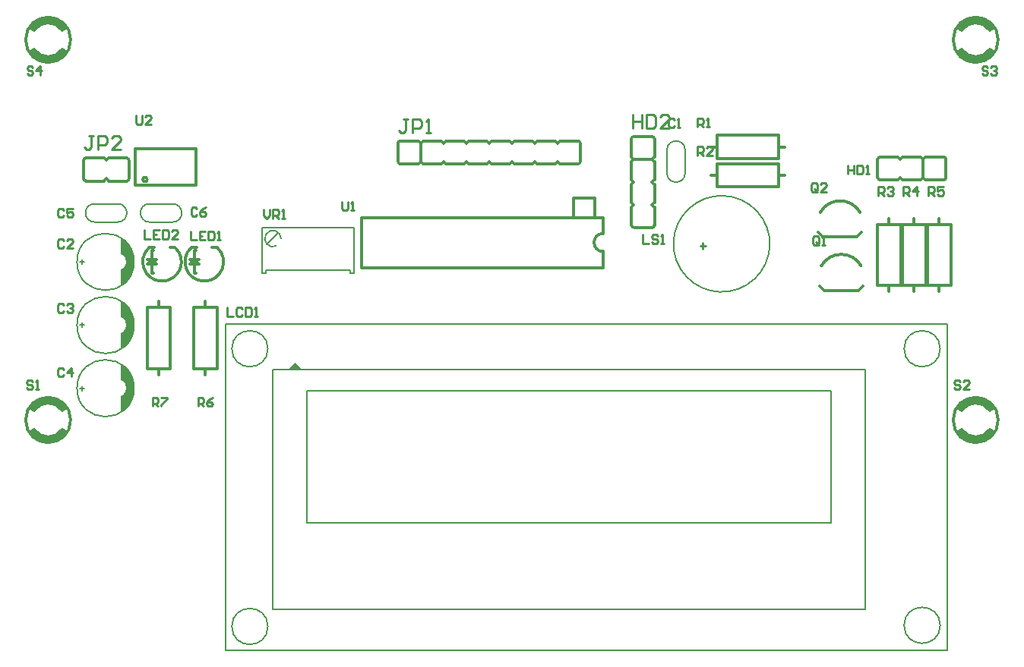
<source format=gto>
G04*
G04 #@! TF.GenerationSoftware,Altium Limited,Altium Designer,21.9.2 (33)*
G04*
G04 Layer_Color=65535*
%FSTAX24Y24*%
%MOIN*%
G70*
G04*
G04 #@! TF.SameCoordinates,A68203B9-CA12-4FF3-9F36-A0A22A6ADD5B*
G04*
G04*
G04 #@! TF.FilePolarity,Positive*
G04*
G01*
G75*
%ADD10C,0.0118*%
%ADD11C,0.0070*%
%ADD12C,0.0080*%
%ADD13C,0.0100*%
G36*
X02511Y01963D02*
X02533Y01937D01*
X02547Y019D01*
X025516Y0187D01*
X02551Y01855D01*
X02547Y01834D01*
X02532Y01801D01*
X02519Y01784D01*
X02504Y01771D01*
X02495Y01763D01*
Y01836D01*
X025Y01839D01*
X02504Y01842D01*
X02508Y01846D01*
X02512Y01851D01*
X02515Y01856D01*
X02517Y01864D01*
Y01875D01*
X02515Y01885D01*
X02513Y0189D01*
X02509Y01895D01*
X02502Y01901D01*
X02495Y01906D01*
Y01975D01*
X02511Y01963D01*
D02*
G37*
G36*
Y016855D02*
X02533Y016595D01*
X02547Y016225D01*
X025516Y015925D01*
X02551Y015775D01*
X02547Y015565D01*
X02532Y015235D01*
X02519Y015065D01*
X02504Y014935D01*
X02495Y014855D01*
Y015585D01*
X025Y015615D01*
X02504Y015645D01*
X02508Y015685D01*
X02512Y015735D01*
X02515Y015785D01*
X02517Y015865D01*
Y015975D01*
X02515Y016075D01*
X02513Y016125D01*
X02509Y016175D01*
X02502Y016235D01*
X02495Y016285D01*
Y016975D01*
X02511Y016855D01*
D02*
G37*
G36*
X03295Y013935D02*
X03225D01*
X0326Y014285D01*
X03295Y013935D01*
D02*
G37*
G36*
X02511Y01408D02*
X02533Y01382D01*
X02547Y01345D01*
X025516Y01315D01*
X02551Y013D01*
X02547Y01279D01*
X02532Y01246D01*
X02519Y01229D01*
X02504Y01216D01*
X02495Y01208D01*
Y01281D01*
X025Y01284D01*
X02504Y01287D01*
X02508Y01291D01*
X02512Y01296D01*
X02515Y01301D01*
X02517Y01309D01*
Y0132D01*
X02515Y0133D01*
X02513Y01335D01*
X02509Y0134D01*
X02502Y01346D01*
X02495Y01351D01*
Y0142D01*
X02511Y01408D01*
D02*
G37*
D10*
X025206Y02225D02*
G03*
X0253Y022361I-000008J000102D01*
G01*
X0253Y023148D02*
G03*
X025206Y023258I-000102J000008D01*
G01*
X0233Y022361D02*
G03*
X02341Y02225I00011J0D01*
G01*
Y023258D02*
G03*
X0233Y023148I0J-00011D01*
G01*
X048354Y02411D02*
G03*
X048244Y024204I-000102J-000008D01*
G01*
X047456Y024204D02*
G03*
X047346Y02411I-000008J-000102D01*
G01*
X048244Y020204D02*
G03*
X048354Y020315I0J00011D01*
G01*
X047346D02*
G03*
X047456Y020204I00011J0D01*
G01*
X0371Y023111D02*
G03*
X037194Y023I000102J-000008D01*
G01*
Y024008D02*
G03*
X0371Y023898I000008J-000102D01*
G01*
X0451D02*
G03*
X045006Y024008I-000102J000008D01*
G01*
Y023D02*
G03*
X0451Y023111I-000008J000102D01*
G01*
X063434Y028454D02*
G03*
X063434Y028454I-000984J0D01*
G01*
X063269Y029D02*
G03*
X061631Y029I-000819J-000546D01*
G01*
X063269D02*
G03*
X061631Y029I-000819J-000546D01*
G01*
X063236Y028978D02*
G03*
X061664Y028978I-000786J-000524D01*
G01*
X063203Y028957D02*
G03*
X061697Y028957I-000753J-000502D01*
G01*
X063203D02*
G03*
X061697Y028957I-000753J-000502D01*
G01*
X063171Y028935D02*
G03*
X061729Y028935I-000721J-00048D01*
G01*
X063138Y028913D02*
G03*
X061762Y028913I-000688J-000459D01*
G01*
X063105Y028891D02*
G03*
X061795Y028891I-000655J-000437D01*
G01*
X063072Y028869D02*
G03*
X061828Y028869I-000622J-000415D01*
G01*
Y028039D02*
G03*
X063072Y028039I000622J000415D01*
G01*
X061795Y028018D02*
G03*
X063105Y028018I000655J000437D01*
G01*
X061762Y027996D02*
G03*
X063138Y027996I000688J000459D01*
G01*
X061729Y027974D02*
G03*
X063171Y027974I000721J00048D01*
G01*
X061697Y027952D02*
G03*
X063203Y027952I000753J000502D01*
G01*
X061697D02*
G03*
X063203Y027952I000753J000502D01*
G01*
X061664Y02793D02*
G03*
X063236Y02793I000786J000524D01*
G01*
X061631Y027908D02*
G03*
X063269Y027908I000819J000546D01*
G01*
X061631D02*
G03*
X063269Y027908I000819J000546D01*
G01*
X022734Y028454D02*
G03*
X022734Y028454I-000984J0D01*
G01*
X022569Y029D02*
G03*
X020931Y029I-000819J-000546D01*
G01*
X022569D02*
G03*
X020931Y029I-000819J-000546D01*
G01*
X022536Y028978D02*
G03*
X020964Y028978I-000786J-000524D01*
G01*
X022503Y028957D02*
G03*
X020997Y028957I-000753J-000502D01*
G01*
X022503D02*
G03*
X020997Y028957I-000753J-000502D01*
G01*
X022471Y028935D02*
G03*
X021029Y028935I-000721J-00048D01*
G01*
X022438Y028913D02*
G03*
X021062Y028913I-000688J-000459D01*
G01*
X022405Y028891D02*
G03*
X021095Y028891I-000655J-000437D01*
G01*
X022372Y028869D02*
G03*
X021128Y028869I-000622J-000415D01*
G01*
Y028039D02*
G03*
X022372Y028039I000622J000415D01*
G01*
X021095Y028018D02*
G03*
X022405Y028018I000655J000437D01*
G01*
X021062Y027996D02*
G03*
X022438Y027996I000688J000459D01*
G01*
X021029Y027974D02*
G03*
X022471Y027974I000721J00048D01*
G01*
X020997Y027952D02*
G03*
X022503Y027952I000753J000502D01*
G01*
X020997D02*
G03*
X022503Y027952I000753J000502D01*
G01*
X020964Y02793D02*
G03*
X022536Y02793I000786J000524D01*
G01*
X020931Y027908D02*
G03*
X022569Y027908I000819J000546D01*
G01*
X020931D02*
G03*
X022569Y027908I000819J000546D01*
G01*
X063434Y011754D02*
G03*
X063434Y011754I-000984J0D01*
G01*
X063269Y0123D02*
G03*
X061631Y0123I-000819J-000546D01*
G01*
X063269D02*
G03*
X061631Y0123I-000819J-000546D01*
G01*
X063236Y012278D02*
G03*
X061664Y012278I-000786J-000524D01*
G01*
X063203Y012257D02*
G03*
X061697Y012257I-000753J-000502D01*
G01*
X063203D02*
G03*
X061697Y012257I-000753J-000502D01*
G01*
X063171Y012235D02*
G03*
X061729Y012235I-000721J-00048D01*
G01*
X063138Y012213D02*
G03*
X061762Y012213I-000688J-000459D01*
G01*
X063105Y012191D02*
G03*
X061795Y012191I-000655J-000437D01*
G01*
X063072Y012169D02*
G03*
X061828Y012169I-000622J-000415D01*
G01*
Y011339D02*
G03*
X063072Y011339I000622J000415D01*
G01*
X061795Y011318D02*
G03*
X063105Y011318I000655J000437D01*
G01*
X061762Y011296D02*
G03*
X063138Y011296I000688J000459D01*
G01*
X061729Y011274D02*
G03*
X063171Y011274I000721J00048D01*
G01*
X061697Y011252D02*
G03*
X063203Y011252I000753J000502D01*
G01*
X061697D02*
G03*
X063203Y011252I000753J000502D01*
G01*
X061664Y01123D02*
G03*
X063236Y01123I000786J000524D01*
G01*
X061631Y011208D02*
G03*
X063269Y011208I000819J000546D01*
G01*
X061631D02*
G03*
X063269Y011208I000819J000546D01*
G01*
X022734Y011754D02*
G03*
X022734Y011754I-000984J0D01*
G01*
X022569Y0123D02*
G03*
X020931Y0123I-000819J-000546D01*
G01*
X022569D02*
G03*
X020931Y0123I-000819J-000546D01*
G01*
X022536Y012278D02*
G03*
X020964Y012278I-000786J-000524D01*
G01*
X022503Y012257D02*
G03*
X020997Y012257I-000753J-000502D01*
G01*
X022503D02*
G03*
X020997Y012257I-000753J-000502D01*
G01*
X022471Y012235D02*
G03*
X021029Y012235I-000721J-00048D01*
G01*
X022438Y012213D02*
G03*
X021062Y012213I-000688J-000459D01*
G01*
X022405Y012191D02*
G03*
X021095Y012191I-000655J-000437D01*
G01*
X022372Y012169D02*
G03*
X021128Y012169I-000622J-000415D01*
G01*
Y011339D02*
G03*
X022372Y011339I000622J000415D01*
G01*
X021095Y011318D02*
G03*
X022405Y011318I000655J000437D01*
G01*
X021062Y011296D02*
G03*
X022438Y011296I000688J000459D01*
G01*
X021029Y011274D02*
G03*
X022471Y011274I000721J00048D01*
G01*
X020997Y011252D02*
G03*
X022503Y011252I000753J000502D01*
G01*
X020997D02*
G03*
X022503Y011252I000753J000502D01*
G01*
X020964Y01123D02*
G03*
X022536Y01123I000786J000524D01*
G01*
X020931Y011208D02*
G03*
X022569Y011208I000819J000546D01*
G01*
X020931D02*
G03*
X022569Y011208I000819J000546D01*
G01*
X026184Y01933D02*
G03*
X027316Y01933I000566J-00063D01*
G01*
X026098Y022318D02*
G03*
X026098Y022318I-000098J0D01*
G01*
X046099Y019944D02*
G03*
X046099Y019156I0J-000394D01*
G01*
X057424Y018525D02*
G03*
X055679Y018523I-000872J-000498D01*
G01*
X057374Y020875D02*
G03*
X055629Y020873I-000872J-000498D01*
G01*
X061056Y022296D02*
G03*
X06115Y022406I-000008J000102D01*
G01*
X06115Y023194D02*
G03*
X061056Y023304I-000102J000008D01*
G01*
X05815Y022406D02*
G03*
X05826Y022296I00011J0D01*
G01*
Y023304D02*
G03*
X05815Y023194I0J-00011D01*
G01*
X028034Y01933D02*
G03*
X029166Y01933I000566J-00063D01*
G01*
X0234Y023254D02*
Y023258D01*
Y02225D02*
Y022254D01*
X024404Y023258D02*
X025206D01*
X0244Y02225D02*
X025206D01*
X0253Y022361D02*
Y023148D01*
X0233Y022361D02*
Y023148D01*
X0234Y023258D02*
X0242D01*
X0234Y02225D02*
X0242D01*
X0243Y023154D02*
X0244Y023254D01*
X0243Y023154D02*
Y023158D01*
X0242Y023258D02*
X0243Y023158D01*
X0242Y022254D02*
X0243Y022354D01*
X0244Y022254D01*
X047346Y020304D02*
X04735D01*
X047346Y021304D02*
X04735D01*
X04745Y021204D01*
X047446D02*
X04745D01*
X047346Y021308D02*
Y02211D01*
Y021308D02*
X04735Y021304D01*
X04835Y020304D02*
X048354D01*
X04825Y021204D02*
X04835Y021304D01*
X048354D02*
Y02211D01*
X04735Y022104D02*
X04745Y022204D01*
X04735Y022304D02*
X04745Y022204D01*
X047346Y022304D02*
X04735D01*
X047346D02*
Y023104D01*
Y023308D02*
X04735Y023304D01*
X047346Y023308D02*
Y02411D01*
X04835Y022304D02*
X048354D01*
Y023104D01*
X04825Y022204D02*
X04835Y022104D01*
X04825Y022204D02*
X04835Y022304D01*
X048354Y023304D02*
Y02411D01*
X047346Y023104D02*
X047446Y023204D01*
X04745D01*
X04735Y023304D02*
X04745Y023204D01*
X047346Y023304D02*
X04735D01*
X04825Y023204D02*
X04835Y023104D01*
X04825Y023204D02*
X04835Y023304D01*
X047456Y024204D02*
X048244D01*
X047456Y020204D02*
X048244D01*
X047346Y020304D02*
Y021104D01*
X048354Y020304D02*
Y021104D01*
X047346D02*
X047446Y021204D01*
X04825D02*
X04835Y021104D01*
X047446Y023204D02*
X04825D01*
X0381Y0231D02*
Y023904D01*
X0371Y023111D02*
Y023898D01*
X038Y024004D02*
X0381Y023904D01*
X0382Y024004D01*
X038Y023D02*
Y023004D01*
X0381Y023104D01*
Y0231D02*
Y023104D01*
Y0231D02*
X0382Y023D01*
X037194Y024008D02*
X038D01*
X039Y024004D02*
X0391Y023904D01*
X0392Y024004D01*
X0382Y024008D02*
X039D01*
Y024004D02*
Y024008D01*
X037194Y023D02*
X037996D01*
X038Y023004D01*
X0382Y023D02*
X039D01*
Y023004D01*
X0391Y023104D01*
X0392Y023004D01*
X041Y024004D02*
Y024008D01*
X0402D02*
X041D01*
X0411Y023904D02*
X0412Y024004D01*
X041D02*
X0411Y023904D01*
X039194Y024008D02*
X04D01*
X0401Y023904D02*
X0402Y024004D01*
X04D02*
X0401Y023904D01*
X043Y024004D02*
Y024008D01*
X0422D02*
X043D01*
X0431Y023904D02*
X0432Y024004D01*
X043D02*
X0431Y023904D01*
X041194Y024008D02*
X042D01*
X0421Y023904D02*
X0422Y024004D01*
X042D02*
X0421Y023904D01*
X0442Y024008D02*
X045D01*
X043194D02*
X044D01*
X0441Y023904D02*
X0442Y024004D01*
X044D02*
X0441Y023904D01*
X0411Y023104D02*
X0412Y023004D01*
X041D02*
X0411Y023104D01*
X041Y023D02*
Y023004D01*
X0402Y023D02*
X041D01*
X039996D02*
X04Y023004D01*
X039194Y023D02*
X039996D01*
X0401Y0231D02*
X0402Y023D01*
X0401Y0231D02*
Y023104D01*
X04Y023004D02*
X0401Y023104D01*
X04Y023D02*
Y023004D01*
X0431Y023104D02*
X0432Y023004D01*
X043D02*
X0431Y023104D01*
X043Y023D02*
Y023004D01*
X0422Y023D02*
X043D01*
X041996D02*
X042Y023004D01*
X041194Y023D02*
X041996D01*
X0421Y0231D02*
X0422Y023D01*
X0421Y0231D02*
Y023104D01*
X042Y023004D02*
X0421Y023104D01*
X042Y023D02*
Y023004D01*
X0442Y023D02*
X045D01*
X043996D02*
X044Y023004D01*
X043194Y023D02*
X043996D01*
X0441Y0231D02*
X0442Y023D01*
X0441Y0231D02*
Y023104D01*
X044Y023004D02*
X0441Y023104D01*
X044Y023D02*
Y023004D01*
X0451Y023111D02*
Y023898D01*
X026311Y0182D02*
X02638D01*
X026111Y0186D02*
X026511D01*
X026111D02*
X026311Y0188D01*
X026511Y0186D01*
X026111Y0188D02*
X026511D01*
X026311D02*
Y0191D01*
Y0192D01*
X02638D01*
X026311Y0182D02*
Y0186D01*
X026141Y01863D02*
X026481D01*
X026171Y01866D02*
X026451D01*
X026201Y01869D02*
X026421D01*
X026231Y01872D02*
X026391D01*
X026261Y01875D02*
X026361D01*
X026481Y01863D02*
X026511Y0186D01*
X026451Y01866D02*
X026481Y01863D01*
X026391Y01872D02*
X026421Y01869D01*
X026361Y01875D02*
X026391Y01872D01*
X02709Y01933D02*
X027316D01*
X026184D02*
X02641D01*
X0266Y013736D02*
Y014011D01*
Y016689D02*
Y016964D01*
X026088Y014011D02*
Y016689D01*
Y014011D02*
X027112D01*
Y016689D01*
X026088D02*
X027112D01*
X02865Y013736D02*
Y014011D01*
Y016689D02*
Y016964D01*
X028138Y014011D02*
Y016689D01*
Y014011D02*
X029162D01*
Y016689D01*
X028138D02*
X029162D01*
X025579Y02206D02*
X028221D01*
X025579Y02366D02*
X028221D01*
X025579Y02206D02*
Y02366D01*
X028221Y02206D02*
Y02366D01*
X044816Y020652D02*
Y021518D01*
X045721D01*
Y020652D02*
Y021518D01*
X046099Y018448D02*
Y019156D01*
Y019944D02*
Y020652D01*
X035501D02*
X046099D01*
X035501Y018448D02*
Y020652D01*
Y018448D02*
X046099D01*
X06085Y017386D02*
Y017661D01*
Y020339D02*
Y020614D01*
X060338Y017661D02*
Y020339D01*
Y017661D02*
X061362D01*
Y020339D01*
X060338D02*
X061362D01*
X05975Y017386D02*
Y017661D01*
Y020339D02*
Y020614D01*
X059238Y017661D02*
Y020339D01*
Y017661D02*
X060262D01*
Y020339D01*
X059238D02*
X060262D01*
X0573Y01745D02*
X0575Y01765D01*
X0556D02*
X0558Y01745D01*
X0573D01*
X05725Y0198D02*
X05745Y02D01*
X05555D02*
X05575Y0198D01*
X05725D01*
X05865Y020339D02*
Y020614D01*
Y017386D02*
Y017661D01*
X059162D02*
Y020339D01*
X058138D02*
X059162D01*
X058138Y017661D02*
Y020339D01*
Y017661D02*
X059162D01*
X06015Y0224D02*
Y0232D01*
X05925Y023304D02*
X06005D01*
X06025Y0233D02*
X060254Y023304D01*
X05925Y022296D02*
X06005D01*
Y023304D02*
X06015Y023204D01*
Y0232D02*
Y023204D01*
Y0232D02*
X06025Y0233D01*
Y023304D01*
X06005Y0223D02*
X06015Y0224D01*
X06025Y0223D01*
X05825Y0233D02*
Y023304D01*
Y022296D02*
Y0223D01*
X060254Y023304D02*
X061056D01*
X06025Y022296D02*
X061056D01*
X06115Y022406D02*
Y023194D01*
X05815Y022406D02*
Y023194D01*
X05825Y023304D02*
X05905D01*
X05825Y022296D02*
X05905D01*
X05915Y0232D02*
X05925Y0233D01*
X05915Y0232D02*
Y023204D01*
X05905Y023304D02*
X05915Y023204D01*
X05905Y0223D02*
X05915Y0224D01*
X05925Y0223D01*
X028034Y01933D02*
X02826D01*
X02894D02*
X029166D01*
X028211Y01875D02*
X028241Y01872D01*
X028271Y01869D01*
X028301Y01866D02*
X028331Y01863D01*
X028361Y0186D01*
X028111Y01875D02*
X028211D01*
X028081Y01872D02*
X028241D01*
X028051Y01869D02*
X028271D01*
X028021Y01866D02*
X028301D01*
X027991Y01863D02*
X028331D01*
X028161Y0182D02*
Y0186D01*
Y0192D02*
X02823D01*
X028161Y0191D02*
Y0192D01*
Y0188D02*
Y0191D01*
X027961Y0188D02*
X028361D01*
X028161D02*
X028361Y0186D01*
X027961D02*
X028161Y0188D01*
X027961Y0186D02*
X028361D01*
X028161Y0182D02*
X02823D01*
X050836Y02375D02*
X051111D01*
X053789D02*
X054064D01*
X051111Y024262D02*
X053789D01*
X051111Y023238D02*
Y024262D01*
Y023238D02*
X053789D01*
Y024262D01*
Y0225D02*
X054064D01*
X050836D02*
X051111D01*
Y021988D02*
X053789D01*
Y023012D01*
X051111D02*
X053789D01*
X051111Y021988D02*
Y023012D01*
D11*
X025516Y0187D02*
G03*
X025516Y0187I-00125J0D01*
G01*
X0262Y02125D02*
G03*
X0262Y02045I0J-0004D01*
G01*
X02721D02*
G03*
X02721Y02125I0J0004D01*
G01*
X0248Y02045D02*
G03*
X0248Y02125I0J0004D01*
G01*
X02379D02*
G03*
X02379Y02045I0J-0004D01*
G01*
X025516Y01315D02*
G03*
X025516Y01315I-00125J0D01*
G01*
Y015925D02*
G03*
X025516Y015925I-00125J0D01*
G01*
X03197Y019708D02*
G03*
X031764Y019396I-000358J000013D01*
G01*
X0489Y0226D02*
G03*
X0497Y0226I0004J0D01*
G01*
Y02361D02*
G03*
X0489Y02361I-0004J0D01*
G01*
X060891Y002735D02*
G03*
X060891Y002735I-000791J0D01*
G01*
Y014885D02*
G03*
X060891Y014885I-000791J0D01*
G01*
X031391D02*
G03*
X031391Y014885I-000791J0D01*
G01*
Y002685D02*
G03*
X031391Y002685I-000791J0D01*
G01*
X02325Y01865D02*
Y01875D01*
X02315Y0187D02*
X02335D01*
X02325Y0186D02*
Y01865D01*
Y01875D02*
Y0188D01*
X0262Y02125D02*
X0272D01*
X0262Y02045D02*
X0272D01*
X0238D02*
X0248D01*
X0238Y02125D02*
X0248D01*
X02325Y0131D02*
Y0132D01*
X02315Y01315D02*
X02335D01*
X02325Y01305D02*
Y0131D01*
Y0132D02*
Y01325D01*
Y015875D02*
Y015975D01*
X02315Y015925D02*
X02335D01*
X02325Y015825D02*
Y015875D01*
Y015975D02*
Y016025D01*
X03135Y01948D02*
X03185Y01998D01*
X03115Y0182D02*
Y0202D01*
Y0182D02*
X03132D01*
Y01832D01*
X03501D01*
Y0182D02*
Y01832D01*
Y0182D02*
X03516D01*
Y0202D01*
X03115D02*
X03516D01*
X0489Y0226D02*
Y0236D01*
X0497Y0226D02*
Y0236D01*
X02955Y001635D02*
Y015985D01*
X0612D01*
Y001635D02*
Y015985D01*
X02955Y001635D02*
X0612D01*
X0316Y003435D02*
Y013985D01*
X0576D01*
Y003435D02*
Y013985D01*
X0316Y003435D02*
X0576D01*
X0331Y007235D02*
Y013035D01*
X0561D01*
Y007235D02*
Y013035D01*
X0331Y007235D02*
X0561D01*
D12*
X052841Y02094D02*
G03*
X052855Y020925I-001539J-001448D01*
G01*
D13*
X050355Y019412D02*
X050617D01*
X050486Y019543D02*
Y019281D01*
X02374Y02422D02*
X02354D01*
X02364D01*
Y02372D01*
X02354Y02362D01*
X02344D01*
X02334Y02372D01*
X02394Y02362D02*
Y02422D01*
X02424D01*
X02434Y02412D01*
Y02392D01*
X02424Y02382D01*
X02394D01*
X024939Y02362D02*
X02454D01*
X024939Y02402D01*
Y02412D01*
X02484Y02422D01*
X02464D01*
X02454Y02412D01*
X04739Y02516D02*
Y02456D01*
Y02486D01*
X04779D01*
Y02516D01*
Y02456D01*
X04799Y02516D02*
Y02456D01*
X04829D01*
X04839Y02466D01*
Y02506D01*
X04829Y02516D01*
X04799D01*
X048989Y02456D02*
X04859D01*
X048989Y02496D01*
Y02506D01*
X04889Y02516D01*
X04869D01*
X04859Y02506D01*
X03754Y02497D02*
X03734D01*
X03744D01*
Y02447D01*
X03734Y02437D01*
X03724D01*
X03714Y02447D01*
X03774Y02437D02*
Y02497D01*
X03804D01*
X03814Y02487D01*
Y02467D01*
X03804Y02457D01*
X03774D01*
X03834Y02437D02*
X03854D01*
X03844D01*
Y02497D01*
X03834Y02487D01*
X021084Y027236D02*
X021019Y027301D01*
X020888D01*
X020822Y027236D01*
Y02717D01*
X020888Y027104D01*
X021019D01*
X021084Y027039D01*
Y026973D01*
X021019Y026908D01*
X020888D01*
X020822Y026973D01*
X021412Y026908D02*
Y027301D01*
X021216Y027104D01*
X021478D01*
X062984Y027236D02*
X062919Y027301D01*
X062788D01*
X062722Y027236D01*
Y02717D01*
X062788Y027104D01*
X062919D01*
X062984Y027039D01*
Y026973D01*
X062919Y026908D01*
X062788D01*
X062722Y026973D01*
X063116Y027236D02*
X063181Y027301D01*
X063312D01*
X063378Y027236D01*
Y02717D01*
X063312Y027104D01*
X063247D01*
X063312D01*
X063378Y027039D01*
Y026973D01*
X063312Y026908D01*
X063181D01*
X063116Y026973D01*
X061772Y013428D02*
X061707Y013494D01*
X061576D01*
X06151Y013428D01*
Y013362D01*
X061576Y013297D01*
X061707D01*
X061772Y013231D01*
Y013166D01*
X061707Y0131D01*
X061576D01*
X06151Y013166D01*
X062166Y0131D02*
X061904D01*
X062166Y013362D01*
Y013428D01*
X0621Y013494D01*
X061969D01*
X061904Y013428D01*
X021072D02*
X021007Y013494D01*
X020876D01*
X02081Y013428D01*
Y013362D01*
X020876Y013297D01*
X021007D01*
X021072Y013231D01*
Y013166D01*
X021007Y0131D01*
X020876D01*
X02081Y013166D01*
X021204Y0131D02*
X021335D01*
X021269D01*
Y013494D01*
X021204Y013428D01*
X03122Y020994D02*
Y020731D01*
X031351Y0206D01*
X031482Y020731D01*
Y020994D01*
X031614Y0206D02*
Y020994D01*
X03181D01*
X031876Y020928D01*
Y020797D01*
X03181Y020731D01*
X031614D01*
X031745D02*
X031876Y0206D01*
X032007D02*
X032138D01*
X032073D01*
Y020994D01*
X032007Y020928D01*
X02562Y025134D02*
Y024806D01*
X025686Y02474D01*
X025817D01*
X025882Y024806D01*
Y025134D01*
X026276Y02474D02*
X026014D01*
X026276Y025002D01*
Y025068D01*
X02621Y025134D01*
X026079D01*
X026014Y025068D01*
X034638Y021347D02*
Y021019D01*
X034703Y020953D01*
X034834D01*
X0349Y021019D01*
Y021347D01*
X035031Y020953D02*
X035162D01*
X035097D01*
Y021347D01*
X035031Y021281D01*
X026322Y012353D02*
Y012747D01*
X026519D01*
X026584Y012681D01*
Y01255D01*
X026519Y012484D01*
X026322D01*
X026453D02*
X026584Y012353D01*
X026716Y012747D02*
X026978D01*
Y012681D01*
X026716Y012419D01*
Y012353D01*
X028322D02*
Y012747D01*
X028519D01*
X028584Y012681D01*
Y01255D01*
X028519Y012484D01*
X028322D01*
X028453D02*
X028584Y012353D01*
X028978Y012747D02*
X028847Y012681D01*
X028716Y01255D01*
Y012419D01*
X028781Y012353D01*
X028912D01*
X028978Y012419D01*
Y012484D01*
X028912Y01255D01*
X028716D01*
X06038Y0216D02*
Y021994D01*
X060577D01*
X060642Y021928D01*
Y021797D01*
X060577Y021731D01*
X06038D01*
X060511D02*
X060642Y0216D01*
X061036Y021994D02*
X060774D01*
Y021797D01*
X060905Y021862D01*
X06097D01*
X061036Y021797D01*
Y021666D01*
X06097Y0216D01*
X060839D01*
X060774Y021666D01*
X05928Y021596D02*
Y021989D01*
X059477D01*
X059542Y021924D01*
Y021792D01*
X059477Y021727D01*
X05928D01*
X059411D02*
X059542Y021596D01*
X05987D02*
Y021989D01*
X059674Y021792D01*
X059936D01*
X05818Y0216D02*
Y021994D01*
X058377D01*
X058442Y021928D01*
Y021797D01*
X058377Y021731D01*
X05818D01*
X058311D02*
X058442Y0216D01*
X058574Y021928D02*
X058639Y021994D01*
X05877D01*
X058836Y021928D01*
Y021862D01*
X05877Y021797D01*
X058705D01*
X05877D01*
X058836Y021731D01*
Y021666D01*
X05877Y0216D01*
X058639D01*
X058574Y021666D01*
X05025Y02337D02*
Y023764D01*
X050447D01*
X050512Y023698D01*
Y023567D01*
X050447Y023501D01*
X05025D01*
X050381D02*
X050512Y02337D01*
X050906D02*
X050644D01*
X050906Y023632D01*
Y023698D01*
X05084Y023764D01*
X050709D01*
X050644Y023698D01*
X05025Y02462D02*
Y025014D01*
X050447D01*
X050512Y024948D01*
Y024817D01*
X050447Y024751D01*
X05025D01*
X050381D02*
X050512Y02462D01*
X050644D02*
X050775D01*
X050709D01*
Y025014D01*
X050644Y024948D01*
X055512Y021846D02*
Y022108D01*
X055447Y022174D01*
X055316D01*
X05525Y022108D01*
Y021846D01*
X055316Y02178D01*
X055447D01*
X055381Y021911D02*
X055512Y02178D01*
X055447D02*
X055512Y021846D01*
X055906Y02178D02*
X055644D01*
X055906Y022042D01*
Y022108D01*
X05584Y022174D01*
X055709D01*
X055644Y022108D01*
X055562Y019496D02*
Y019758D01*
X055497Y019824D01*
X055366D01*
X0553Y019758D01*
Y019496D01*
X055366Y01943D01*
X055497D01*
X055431Y019561D02*
X055562Y01943D01*
X055497D02*
X055562Y019496D01*
X055694Y01943D02*
X055825D01*
X055759D01*
Y019824D01*
X055694Y019758D01*
X047841Y019897D02*
Y019503D01*
X048103D01*
X048497Y019831D02*
X048431Y019897D01*
X0483D01*
X048234Y019831D01*
Y019766D01*
X0483Y0197D01*
X048431D01*
X048497Y019634D01*
Y019569D01*
X048431Y019503D01*
X0483D01*
X048234Y019569D01*
X048628Y019503D02*
X048759D01*
X048694D01*
Y019897D01*
X048628Y019831D01*
X025978Y020097D02*
Y019703D01*
X026241D01*
X026634Y020097D02*
X026372D01*
Y019703D01*
X026634D01*
X026372Y0199D02*
X026503D01*
X026766Y020097D02*
Y019703D01*
X026962D01*
X027028Y019769D01*
Y020031D01*
X026962Y020097D01*
X026766D01*
X027422Y019703D02*
X027159D01*
X027422Y019966D01*
Y020031D01*
X027356Y020097D01*
X027225D01*
X027159Y020031D01*
X027994Y020047D02*
Y019653D01*
X028256D01*
X02865Y020047D02*
X028388D01*
Y019653D01*
X02865D01*
X028388Y01985D02*
X028519D01*
X028781Y020047D02*
Y019653D01*
X028978D01*
X029044Y019719D01*
Y019981D01*
X028978Y020047D01*
X028781D01*
X029175Y019653D02*
X029306D01*
X02924D01*
Y020047D01*
X029175Y019981D01*
X02961Y016709D02*
Y016315D01*
X029872D01*
X030266Y016643D02*
X0302Y016709D01*
X030069D01*
X030004Y016643D01*
Y016381D01*
X030069Y016315D01*
X0302D01*
X030266Y016381D01*
X030397Y016709D02*
Y016315D01*
X030594D01*
X03066Y016381D01*
Y016643D01*
X030594Y016709D01*
X030397D01*
X030791Y016315D02*
X030922D01*
X030856D01*
Y016709D01*
X030791Y016643D01*
X056841Y022947D02*
Y022553D01*
Y02275D01*
X057103D01*
Y022947D01*
Y022553D01*
X057234Y022947D02*
Y022553D01*
X057431D01*
X057497Y022619D01*
Y022881D01*
X057431Y022947D01*
X057234D01*
X057628Y022553D02*
X057759D01*
X057694D01*
Y022947D01*
X057628Y022881D01*
X028284Y021031D02*
X028219Y021097D01*
X028088D01*
X028022Y021031D01*
Y020769D01*
X028088Y020703D01*
X028219D01*
X028284Y020769D01*
X028678Y021097D02*
X028547Y021031D01*
X028416Y0209D01*
Y020769D01*
X028481Y020703D01*
X028612D01*
X028678Y020769D01*
Y020834D01*
X028612Y0209D01*
X028416D01*
X022434Y020981D02*
X022369Y021047D01*
X022238D01*
X022172Y020981D01*
Y020719D01*
X022238Y020653D01*
X022369D01*
X022434Y020719D01*
X022828Y021047D02*
X022566D01*
Y02085D01*
X022697Y020916D01*
X022762D01*
X022828Y02085D01*
Y020719D01*
X022762Y020653D01*
X022631D01*
X022566Y020719D01*
X022434Y013981D02*
X022369Y014047D01*
X022238D01*
X022172Y013981D01*
Y013719D01*
X022238Y013653D01*
X022369D01*
X022434Y013719D01*
X022762Y013653D02*
Y014047D01*
X022566Y01385D01*
X022828D01*
X022434Y016806D02*
X022369Y016872D01*
X022238D01*
X022172Y016806D01*
Y016544D01*
X022238Y016478D01*
X022369D01*
X022434Y016544D01*
X022566Y016806D02*
X022631Y016872D01*
X022762D01*
X022828Y016806D01*
Y016741D01*
X022762Y016675D01*
X022697D01*
X022762D01*
X022828Y016609D01*
Y016544D01*
X022762Y016478D01*
X022631D01*
X022566Y016544D01*
X022434Y019631D02*
X022369Y019697D01*
X022238D01*
X022172Y019631D01*
Y019369D01*
X022238Y019303D01*
X022369D01*
X022434Y019369D01*
X022828Y019303D02*
X022566D01*
X022828Y019566D01*
Y019631D01*
X022762Y019697D01*
X022631D01*
X022566Y019631D01*
X049222Y024928D02*
X049157Y024994D01*
X049026D01*
X04896Y024928D01*
Y024666D01*
X049026Y0246D01*
X049157D01*
X049222Y024666D01*
X049354Y0246D02*
X049485D01*
X049419D01*
Y024994D01*
X049354Y024928D01*
M02*

</source>
